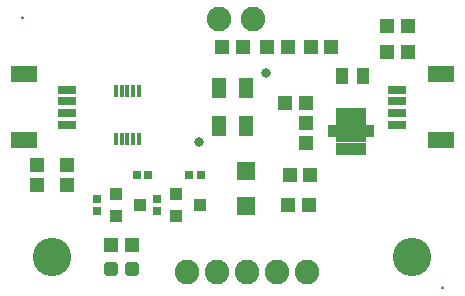
<source format=gbr>
G04 EAGLE Gerber RS-274X export*
G75*
%MOMM*%
%FSLAX34Y34*%
%LPD*%
%INSoldermask Top*%
%IPPOS*%
%AMOC8*
5,1,8,0,0,1.08239X$1,22.5*%
G01*
%ADD10R,1.003200X1.403200*%
%ADD11R,1.303200X1.203200*%
%ADD12C,0.152400*%
%ADD13C,3.251200*%
%ADD14R,2.203200X1.403200*%
%ADD15R,1.553200X0.803200*%
%ADD16C,2.082800*%
%ADD17R,1.503200X1.503200*%
%ADD18R,1.103200X1.003200*%
%ADD19R,0.803200X0.803200*%
%ADD20R,1.203200X1.303200*%
%ADD21R,1.253200X1.678200*%
%ADD22C,0.803200*%
%ADD23R,0.400000X1.100000*%
%ADD24R,0.500000X1.053200*%
%ADD25R,2.603200X1.853200*%
%ADD26R,0.903200X0.483200*%
%ADD27C,0.505344*%


D10*
X301100Y191770D03*
X283100Y191770D03*
D11*
X338700Y212090D03*
X321700Y212090D03*
X256150Y107950D03*
X239150Y107950D03*
X237100Y215900D03*
X220100Y215900D03*
D12*
X367700Y12700D02*
X367702Y12749D01*
X367708Y12797D01*
X367718Y12845D01*
X367732Y12892D01*
X367749Y12938D01*
X367770Y12982D01*
X367795Y13024D01*
X367823Y13064D01*
X367855Y13102D01*
X367889Y13137D01*
X367926Y13169D01*
X367965Y13198D01*
X368007Y13224D01*
X368051Y13246D01*
X368096Y13264D01*
X368143Y13279D01*
X368190Y13290D01*
X368239Y13297D01*
X368288Y13300D01*
X368337Y13299D01*
X368385Y13294D01*
X368434Y13285D01*
X368481Y13272D01*
X368527Y13255D01*
X368571Y13235D01*
X368614Y13211D01*
X368655Y13184D01*
X368693Y13153D01*
X368729Y13120D01*
X368761Y13084D01*
X368791Y13045D01*
X368818Y13004D01*
X368841Y12960D01*
X368860Y12915D01*
X368876Y12869D01*
X368888Y12822D01*
X368896Y12773D01*
X368900Y12724D01*
X368900Y12676D01*
X368896Y12627D01*
X368888Y12578D01*
X368876Y12531D01*
X368860Y12485D01*
X368841Y12440D01*
X368818Y12396D01*
X368791Y12355D01*
X368761Y12316D01*
X368729Y12280D01*
X368693Y12247D01*
X368655Y12216D01*
X368614Y12189D01*
X368571Y12165D01*
X368527Y12145D01*
X368481Y12128D01*
X368434Y12115D01*
X368385Y12106D01*
X368337Y12101D01*
X368288Y12100D01*
X368239Y12103D01*
X368190Y12110D01*
X368143Y12121D01*
X368096Y12136D01*
X368051Y12154D01*
X368007Y12176D01*
X367965Y12202D01*
X367926Y12231D01*
X367889Y12263D01*
X367855Y12298D01*
X367823Y12336D01*
X367795Y12376D01*
X367770Y12418D01*
X367749Y12462D01*
X367732Y12508D01*
X367718Y12555D01*
X367708Y12603D01*
X367702Y12651D01*
X367700Y12700D01*
X12100Y241300D02*
X12102Y241349D01*
X12108Y241397D01*
X12118Y241445D01*
X12132Y241492D01*
X12149Y241538D01*
X12170Y241582D01*
X12195Y241624D01*
X12223Y241664D01*
X12255Y241702D01*
X12289Y241737D01*
X12326Y241769D01*
X12365Y241798D01*
X12407Y241824D01*
X12451Y241846D01*
X12496Y241864D01*
X12543Y241879D01*
X12590Y241890D01*
X12639Y241897D01*
X12688Y241900D01*
X12737Y241899D01*
X12785Y241894D01*
X12834Y241885D01*
X12881Y241872D01*
X12927Y241855D01*
X12971Y241835D01*
X13014Y241811D01*
X13055Y241784D01*
X13093Y241753D01*
X13129Y241720D01*
X13161Y241684D01*
X13191Y241645D01*
X13218Y241604D01*
X13241Y241560D01*
X13260Y241515D01*
X13276Y241469D01*
X13288Y241422D01*
X13296Y241373D01*
X13300Y241324D01*
X13300Y241276D01*
X13296Y241227D01*
X13288Y241178D01*
X13276Y241131D01*
X13260Y241085D01*
X13241Y241040D01*
X13218Y240996D01*
X13191Y240955D01*
X13161Y240916D01*
X13129Y240880D01*
X13093Y240847D01*
X13055Y240816D01*
X13014Y240789D01*
X12971Y240765D01*
X12927Y240745D01*
X12881Y240728D01*
X12834Y240715D01*
X12785Y240706D01*
X12737Y240701D01*
X12688Y240700D01*
X12639Y240703D01*
X12590Y240710D01*
X12543Y240721D01*
X12496Y240736D01*
X12451Y240754D01*
X12407Y240776D01*
X12365Y240802D01*
X12326Y240831D01*
X12289Y240863D01*
X12255Y240898D01*
X12223Y240936D01*
X12195Y240976D01*
X12170Y241018D01*
X12149Y241062D01*
X12132Y241108D01*
X12118Y241155D01*
X12108Y241203D01*
X12102Y241251D01*
X12100Y241300D01*
D13*
X342900Y38100D03*
X38100Y38100D03*
D14*
X366950Y137100D03*
X366950Y193100D03*
D15*
X330200Y150100D03*
X330200Y160100D03*
X330200Y170100D03*
X330200Y180100D03*
D14*
X14050Y193100D03*
X14050Y137100D03*
D15*
X50800Y180100D03*
X50800Y170100D03*
X50800Y160100D03*
X50800Y150100D03*
D16*
X152400Y25400D03*
X177800Y25400D03*
X203200Y25400D03*
X228600Y25400D03*
X254000Y25400D03*
D17*
X201930Y111520D03*
X201930Y81520D03*
D18*
X91600Y92050D03*
X91600Y73050D03*
X112600Y82550D03*
X142400Y92050D03*
X142400Y73050D03*
X163400Y82550D03*
D11*
X256930Y215900D03*
X273930Y215900D03*
D19*
X109300Y107950D03*
X119300Y107950D03*
X127000Y77550D03*
X127000Y87550D03*
X163750Y107950D03*
X153750Y107950D03*
D11*
X235340Y168910D03*
X252340Y168910D03*
X321700Y233680D03*
X338700Y233680D03*
D20*
X252730Y152010D03*
X252730Y135010D03*
D11*
X199000Y215900D03*
X182000Y215900D03*
X254880Y82550D03*
X237880Y82550D03*
D20*
X25400Y116450D03*
X25400Y99450D03*
X50800Y99450D03*
X50800Y116450D03*
D19*
X76200Y77550D03*
X76200Y87550D03*
D21*
X179250Y181225D03*
X201750Y181225D03*
X179250Y148975D03*
X201750Y148975D03*
D22*
X162500Y136100D03*
X218500Y194100D03*
D23*
X111600Y179250D03*
X106600Y179250D03*
X101600Y179250D03*
X96600Y179250D03*
X91600Y179250D03*
X91600Y138250D03*
X96600Y138250D03*
X101600Y138250D03*
X106600Y138250D03*
X111600Y138250D03*
D24*
X280830Y130030D03*
X285830Y130030D03*
X290830Y130030D03*
X295830Y130030D03*
X300830Y130030D03*
X300830Y159530D03*
X295830Y159530D03*
X290830Y159530D03*
X285830Y159530D03*
X280830Y159530D03*
D25*
X290830Y144780D03*
D26*
X275830Y147280D03*
X275830Y142280D03*
X305830Y147280D03*
X305830Y142280D03*
D11*
X105020Y48260D03*
X88020Y48260D03*
D27*
X91240Y31430D02*
X91240Y24450D01*
X84260Y24450D01*
X84260Y31430D01*
X91240Y31430D01*
X91240Y29250D02*
X84260Y29250D01*
X108780Y31430D02*
X108780Y24450D01*
X101800Y24450D01*
X101800Y31430D01*
X108780Y31430D01*
X108780Y29250D02*
X101800Y29250D01*
D16*
X208280Y240030D03*
X179070Y240030D03*
M02*

</source>
